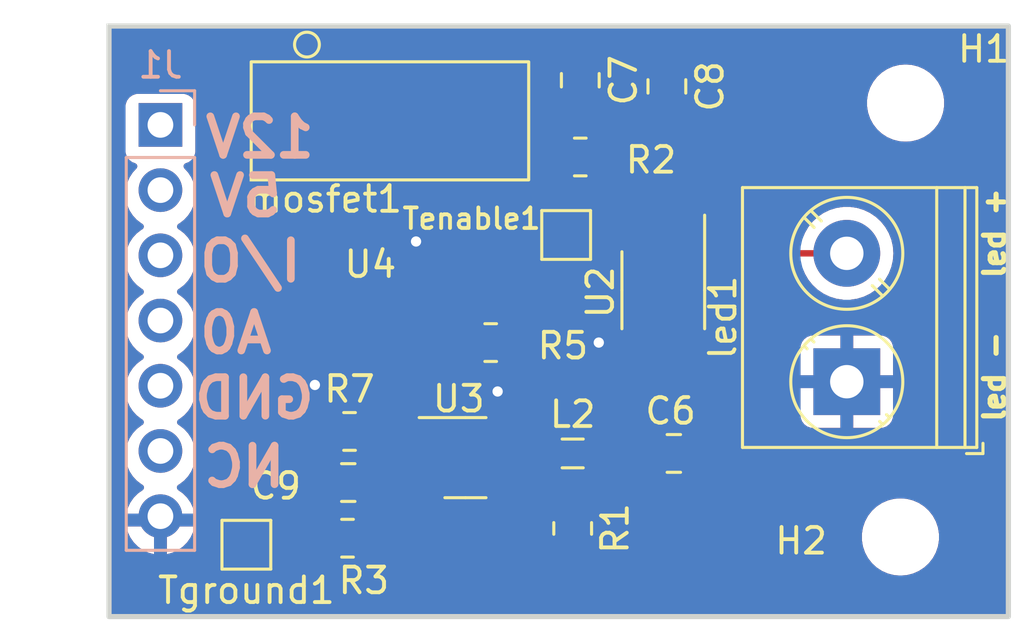
<source format=kicad_pcb>
(kicad_pcb (version 20221018) (generator pcbnew)
  (layers (0 "F.Cu" signal) (31 "B.Cu" signal) (34 "B.Paste" user) (35 "F.Paste" user) (36 "B.SilkS" user "B.Silkscreen") (37 "F.SilkS" user "F.Silkscreen") (38 "B.Mask" user) (39 "F.Mask" user) (44 "Edge.Cuts" user))
  (net 0 "")
  (net 1 "Net-(U2-SW)")
  (net 2 "GND")
  (net 3 "Net-(U2-BOOST)")
  (net 4 "/I{slash}0_{0}")
  (net 5 "Net-(U2-Vcc)")
  (net 6 "+12V")
  (net 7 "/stroom+")
  (net 8 "/enable")
  (net 9 "/led+")
  (net 10 "+3.3V")
  (net 11 "/sda")
  (net 12 "/scl")
  (net 13 "/ad0")
  (net 14 "Net-(U2-EN)")
  (net 15 "/R_{digin}")
  (net 16 "/R_{digout}")
  (footprint "Resistor_SMD:R_0805_2012Metric_Pad1.20x1.40mm_HandSolder" (layer "F.Cu") (at 89.36 87.79)
    (fp_text reference "R7" (at 0 -1.65) (layer "F.SilkS"))
    (fp_text value "Rl")
    (fp_line (start -0.227064 -0.735) (end 0.227064 -0.735) (stroke (width 0.12)) (layer "F.SilkS"))
    (fp_line (start -0.227064 0.735) (end 0.227064 0.735) (stroke (width 0.12)) (layer "F.SilkS"))
    (pad "1" smd roundrect (at -1 0) (size 1.2 1.4) (layers "F.Cu" "F.Paste" "F.Mask") (roundrect_rratio 0.2083333333) (net 2 "GND"))
    (pad "2" smd roundrect (at 1 0) (size 1.2 1.4) (layers "F.Cu" "F.Paste" "F.Mask") (roundrect_rratio 0.2083333333) (net 13 "/ad0"))
  )
  (footprint "Capacitor_SMD:C_0805_2012Metric_Pad1.18x1.45mm_HandSolder" (layer "F.Cu") (at 89.31 89.78 180)
    (fp_text reference "C9" (at 2.823 -0.136) (layer "F.SilkS"))
    (fp_text value "C_out")
    (fp_line (start -0.261252 -0.735) (end 0.261252 -0.735) (stroke (width 0.12)) (layer "F.SilkS"))
    (fp_line (start -0.261252 0.735) (end 0.261252 0.735) (stroke (width 0.12)) (layer "F.SilkS"))
    (pad "1" smd roundrect (at -1.0375 0 180) (size 1.175 1.45) (layers "F.Cu" "F.Paste" "F.Mask") (roundrect_rratio 0.2127659574) (net 7 "/stroom+"))
    (pad "2" smd roundrect (at 1.0375 0 180) (size 1.175 1.45) (layers "F.Cu" "F.Paste" "F.Mask") (roundrect_rratio 0.2127659574) (net 2 "GND"))
  )
  (footprint "Resistor_SMD:R_0805_2012Metric_Pad1.20x1.40mm_HandSolder" (layer "F.Cu") (at 89.281 91.948 180)
    (fp_text reference "R3" (at -0.635 -1.651) (layer "F.SilkS"))
    (fp_text value "R50K")
    (fp_line (start -0.227064 -0.735) (end 0.227064 -0.735) (stroke (width 0.12)) (layer "F.SilkS"))
    (fp_line (start -0.227064 0.735) (end 0.227064 0.735) (stroke (width 0.12)) (layer "F.SilkS"))
    (pad "1" smd roundrect (at -1 0 180) (size 1.2 1.4) (layers "F.Cu" "F.Paste" "F.Mask") (roundrect_rratio 0.2083333333) (net 7 "/stroom+"))
    (pad "2" smd roundrect (at 1 0 180) (size 1.2 1.4) (layers "F.Cu" "F.Paste" "F.Mask") (roundrect_rratio 0.2083333333) (net 15 "/R_{digin}"))
  )
  (footprint "own-footprints:AQY211EHAZ" (layer "F.Cu") (at 90.932 75.692 90)
    (fp_text reference "mosfet1" (at -3.048 -2.54 unlocked) (layer "F.SilkS"))
    (fp_text value "TLP222A")
    (fp_rect (start -2.3 -5.4) (end 2.3 5.4) (stroke (width 0.12)) (fill none) (layer "F.SilkS"))
    (fp_circle (center 2.97 -3.23) (end 2.66 -3.6) (stroke (width 0.12)) (fill none) (layer "F.SilkS"))
    (pad "1" smd roundrect (at 1.27 -4.150004 180) (size 1.9 1.5) (layers "F.Cu" "F.Paste" "F.Mask") (net 4 "/I{slash}0_{0}"))
    (pad "2" smd roundrect (at -1.27 -4.150004 180) (size 1.9 1.5) (layers "F.Cu" "F.Paste" "F.Mask") (net 2 "GND"))
    (pad "3" smd roundrect (at -1.27 4.149996 180) (size 1.9 1.5) (layers "F.Cu" "F.Paste" "F.Mask") (net 8 "/enable"))
    (pad "4" smd roundrect (at 1.27 4.149996 180) (size 1.9 1.5) (layers "F.Cu" "F.Paste" "F.Mask") (net 6 "+12V"))
  )
  (footprint "MountingHole:MountingHole_2.5mm" (layer "F.Cu") (at 110.9 91.9)
    (fp_text reference "H2" (at -3.966 0.154) (layer "F.SilkS"))
    (fp_text value "MountingHole_Pad")
    (pad "" np_thru_hole circle (at -0.1 0) (size 2.5 2.5) (drill 2.5) (layers "F&B.Cu" "*.Mask"))
  )
  (footprint "TestPoint:TestPoint_Pad_1.5x1.5mm" (layer "F.Cu") (at 85.344 92.202)
    (fp_text reference "Tground1" (at 0 1.778) (layer "F.SilkS"))
    (fp_text value "gnd")
    (fp_line (start -0.95 -0.95) (end 0.95 -0.95) (stroke (width 0.12)) (layer "F.SilkS"))
    (fp_line (start -0.95 0.95) (end -0.95 -0.95) (stroke (width 0.12)) (layer "F.SilkS"))
    (fp_line (start 0.95 -0.95) (end 0.95 0.95) (stroke (width 0.12)) (layer "F.SilkS"))
    (fp_line (start 0.95 0.95) (end -0.95 0.95) (stroke (width 0.12)) (layer "F.SilkS"))
    (pad "1" smd rect (at 0 0) (size 1.5 1.5) (layers "F.Cu" "F.Mask") (net 2 "GND"))
  )
  (footprint "Capacitor_SMD:C_0805_2012Metric_Pad1.18x1.45mm_HandSolder" (layer "F.Cu") (at 101.981 88.646)
    (fp_text reference "C6" (at -0.127 -1.651) (layer "F.SilkS"))
    (fp_text value "C_boost")
    (fp_line (start -0.261252 -0.735) (end 0.261252 -0.735) (stroke (width 0.12)) (layer "F.SilkS"))
    (fp_line (start -0.261252 0.735) (end 0.261252 0.735) (stroke (width 0.12)) (layer "F.SilkS"))
    (pad "1" smd roundrect (at -1.0375 0) (size 1.175 1.45) (layers "F.Cu" "F.Paste" "F.Mask") (roundrect_rratio 0.2127659574) (net 1 "Net-(U2-SW)"))
    (pad "2" smd roundrect (at 1.0375 0) (size 1.175 1.45) (layers "F.Cu" "F.Paste" "F.Mask") (roundrect_rratio 0.2127659574) (net 3 "Net-(U2-BOOST)"))
  )
  (footprint "TestPoint:TestPoint_Pad_1.5x1.5mm" (layer "F.Cu") (at 97.79 80.137)
    (fp_text reference "Tenable1" (at -3.683 -0.635) (layer "F.SilkS") (effects (font (size 0.8 0.8))))
    (fp_text value "enable")
    (fp_line (start -0.95 -0.95) (end 0.95 -0.95) (stroke (width 0.12)) (layer "F.SilkS"))
    (fp_line (start -0.95 0.95) (end -0.95 -0.95) (stroke (width 0.12)) (layer "F.SilkS"))
    (fp_line (start 0.95 -0.95) (end 0.95 0.95) (stroke (width 0.12)) (layer "F.SilkS"))
    (fp_line (start 0.95 0.95) (end -0.95 0.95) (stroke (width 0.12)) (layer "F.SilkS"))
    (pad "1" smd rect (at 0 0) (size 1.5 1.5) (layers "F.Cu" "F.Mask") (net 8 "/enable"))
  )
  (footprint "Package_TO_SOT_SMD:SOT-23-5" (layer "F.Cu") (at 93.87 88.81)
    (fp_text reference "U3" (at -0.26 -2.29) (layer "F.SilkS"))
    (fp_text value "INA169")
    (fp_line (start 0 -1.56) (end -1.8 -1.56) (stroke (width 0.12)) (layer "F.SilkS"))
    (fp_line (start 0 -1.56) (end 0.8 -1.56) (stroke (width 0.12)) (layer "F.SilkS"))
    (fp_line (start 0 1.56) (end -0.8 1.56) (stroke (width 0.12)) (layer "F.SilkS"))
    (fp_line (start 0 1.56) (end 0.8 1.56) (stroke (width 0.12)) (layer "F.SilkS"))
    (pad "1" smd roundrect (at -1.1375 -0.95) (size 1.325 0.6) (layers "F.Cu" "F.Paste" "F.Mask") (net 13 "/ad0"))
    (pad "2" smd roundrect (at -1.1375 0) (size 1.325 0.6) (layers "F.Cu" "F.Paste" "F.Mask") (net 2 "GND"))
    (pad "3" smd roundrect (at -1.1375 0.95) (size 1.325 0.6) (layers "F.Cu" "F.Paste" "F.Mask") (net 7 "/stroom+"))
    (pad "4" smd roundrect (at 1.1375 0.95) (size 1.325 0.6) (layers "F.Cu" "F.Paste" "F.Mask") (net 9 "/led+"))
    (pad "5" smd roundrect (at 1.1375 -0.95) (size 1.325 0.6) (layers "F.Cu" "F.Paste" "F.Mask") (net 10 "+3.3V"))
  )
  (footprint "TerminalBlock_Phoenix:TerminalBlock_Phoenix_PT-1,5-2-5.0-H_1x02_P5.00mm_Horizontal" (layer "F.Cu") (at 108.712 85.852 90)
    (fp_text reference "led1" (at 2.5 -4.826 90) (layer "F.SilkS"))
    (fp_text value "led")
    (fp_line (start -2.8 4.66) (end -2.8 5.3) (stroke (width 0.12)) (layer "F.SilkS"))
    (fp_line (start -2.8 5.3) (end -2.4 5.3) (stroke (width 0.12)) (layer "F.SilkS"))
    (fp_line (start -2.56 -4.06) (end -2.56 5.06) (stroke (width 0.12)) (layer "F.SilkS"))
    (fp_line (start -2.56 -4.06) (end 7.56 -4.06) (stroke (width 0.12)) (layer "F.SilkS"))
    (fp_line (start -2.56 3.5) (end 7.56 3.5) (stroke (width 0.12)) (layer "F.SilkS"))
    (fp_line (start -2.56 4.6) (end 7.56 4.6) (stroke (width 0.12)) (layer "F.SilkS"))
    (fp_line (start -2.56 5.06) (end 7.56 5.06) (stroke (width 0.12)) (layer "F.SilkS"))
    (fp_line (start -1.548 1.281) (end -1.654 1.388) (stroke (width 0.12)) (layer "F.SilkS"))
    (fp_line (start -1.282 1.547) (end -1.388 1.654) (stroke (width 0.12)) (layer "F.SilkS"))
    (fp_line (start 1.388 -1.654) (end 1.281 -1.547) (stroke (width 0.12)) (layer "F.SilkS"))
    (fp_line (start 1.654 -1.388) (end 1.547 -1.281) (stroke (width 0.12)) (layer "F.SilkS"))
    (fp_line (start 3.742 0.992) (end 3.347 1.388) (stroke (width 0.12)) (layer "F.SilkS"))
    (fp_line (start 3.993 1.274) (end 3.613 1.654) (stroke (width 0.12)) (layer "F.SilkS"))
    (fp_line (start 6.388 -1.654) (end 6.008 -1.274) (stroke (width 0.12)) (layer "F.SilkS"))
    (fp_line (start 6.654 -1.388) (end 6.259 -0.992) (stroke (width 0.12)) (layer "F.SilkS"))
    (fp_line (start 7.56 -4.06) (end 7.56 5.06) (stroke (width 0.12)) (layer "F.SilkS"))
    (fp_circle (center 0 0) (end 2.18 0) (stroke (width 0.12)) (fill none) (layer "F.SilkS"))
    (fp_circle (center 5 0) (end 7.18 0) (stroke (width 0.12)) (fill none) (layer "F.SilkS"))
    (pad "1" thru_hole rect (at 0 0 90) (size 2.6 2.6) (drill 1.3) (layers "*.Cu" "*.Mask") (net 2 "GND"))
    (pad "2" thru_hole circle (at 5 0 90) (size 2.6 2.6) (drill 1.3) (layers "*.Cu" "*.Mask") (net 9 "/led+"))
  )
  (footprint "Resistor_SMD:R_0805_2012Metric_Pad1.20x1.40mm_HandSolder" (layer "F.Cu") (at 98.34 77.1)
    (fp_text reference "R2" (at 2.752 0.116) (layer "F.SilkS"))
    (fp_text value "R_en")
    (fp_line (start -0.227064 -0.735) (end 0.227064 -0.735) (stroke (width 0.12)) (layer "F.SilkS"))
    (fp_line (start -0.227064 0.735) (end 0.227064 0.735) (stroke (width 0.12)) (layer "F.SilkS"))
    (pad "1" smd roundrect (at -1 0) (size 1.2 1.4) (layers "F.Cu" "F.Paste" "F.Mask") (roundrect_rratio 0.2083333333) (net 8 "/enable"))
    (pad "2" smd roundrect (at 1 0) (size 1.2 1.4) (layers "F.Cu" "F.Paste" "F.Mask") (roundrect_rratio 0.2083333333) (net 14 "Net-(U2-EN)"))
  )
  (footprint "Resistor_SMD:R_0805_2012Metric_Pad1.20x1.40mm_HandSolder" (layer "F.Cu") (at 94.853 84.328)
    (fp_text reference "R5" (at 2.81 0.127) (layer "F.SilkS"))
    (fp_text value "Rb")
    (fp_line (start -0.227064 -0.735) (end 0.227064 -0.735) (stroke (width 0.12)) (layer "F.SilkS"))
    (fp_line (start -0.227064 0.735) (end 0.227064 0.735) (stroke (width 0.12)) (layer "F.SilkS"))
    (pad "1" smd roundrect (at -1 0) (size 1.2 1.4) (layers "F.Cu" "F.Paste" "F.Mask") (roundrect_rratio 0.2083333333) (net 16 "/R_{digout}"))
    (pad "2" smd roundrect (at 1 0) (size 1.2 1.4) (layers "F.Cu" "F.Paste" "F.Mask") (roundrect_rratio 0.2083333333) (net 2 "GND"))
  )
  (footprint "Inductor_SMD:L_0805_2012Metric_Pad1.05x1.20mm_HandSolder" (layer "F.Cu") (at 98.044 88.646 180)
    (fp_text reference "L2" (at 0 1.524) (layer "F.SilkS"))
    (fp_text value "L_Small")
    (fp_line (start -0.410242 -0.56) (end 0.410242 -0.56) (stroke (width 0.12)) (layer "F.SilkS"))
    (fp_line (start -0.410242 0.56) (end 0.410242 0.56) (stroke (width 0.12)) (layer "F.SilkS"))
    (pad "1" smd roundrect (at -1.15 0 180) (size 1.05 1.2) (layers "F.Cu" "F.Paste" "F.Mask") (roundrect_rratio 0.2380952381) (net 1 "Net-(U2-SW)"))
    (pad "2" smd roundrect (at 1.15 0 180) (size 1.05 1.2) (layers "F.Cu" "F.Paste" "F.Mask") (roundrect_rratio 0.2380952381) (net 7 "/stroom+"))
  )
  (footprint "MountingHole:MountingHole_2.5mm" (layer "F.Cu") (at 111 75)
    (fp_text reference "H1" (at 3.046 -2.102) (layer "F.SilkS"))
    (fp_text value "MountingHole_Pad")
    (pad "" np_thru_hole circle (at 0 0) (size 2.5 2.5) (drill 2.5) (layers "*.Cu" "*.Mask"))
  )
  (footprint "Capacitor_SMD:C_0805_2012Metric_Pad1.18x1.45mm_HandSolder" (layer "F.Cu") (at 98.34 74.11 -90)
    (fp_text reference "C7" (at 0 -1.68 90) (layer "F.SilkS"))
    (fp_text value "C_Small")
    (fp_line (start -0.261252 -0.735) (end 0.261252 -0.735) (stroke (width 0.12)) (layer "F.SilkS"))
    (fp_line (start -0.261252 0.735) (end 0.261252 0.735) (stroke (width 0.12)) (layer "F.SilkS"))
    (pad "1" smd roundrect (at -1.0375 0 270) (size 1.175 1.45) (layers "F.Cu" "F.Paste" "F.Mask") (roundrect_rratio 0.2127659574) (net 2 "GND"))
    (pad "2" smd roundrect (at 1.0375 0 270) (size 1.175 1.45) (layers "F.Cu" "F.Paste" "F.Mask") (roundrect_rratio 0.2127659574) (net 8 "/enable"))
  )
  (footprint "own-footprints:SOT65P280X145-8N" (layer "F.Cu") (at 90.297 83.439 180)
    (fp_text reference "U4" (at 0.127 2.159) (layer "F.SilkS"))
    (fp_text value "AD5245BRJZ50-RL7" hide)
    (pad "1" smd rect (at -1.1684 -0.9752 180) (size 1.524 0.38) (layers "F.Cu" "F.Paste" "F.Mask") (net 16 "/R_{digout}"))
    (pad "2" smd rect (at -1.1684 -0.3252 180) (size 1.524 0.38) (layers "F.Cu" "F.Paste" "F.Mask") (net 10 "+3.3V"))
    (pad "3" smd rect (at -1.1684 0.3252 180) (size 1.524 0.38) (layers "F.Cu" "F.Paste" "F.Mask") (net 2 "GND"))
    (pad "4" smd rect (at -1.1684 0.9752 180) (size 1.524 0.38) (layers "F.Cu" "F.Paste" "F.Mask") (net 12 "/scl"))
    (pad "5" smd rect (at 1.1684 0.9752 180) (size 1.524 0.38) (layers "F.Cu" "F.Paste" "F.Mask") (net 11 "/sda"))
    (pad "6" smd rect (at 1.1684 0.3252 180) (size 1.524 0.38) (layers "F.Cu" "F.Paste" "F.Mask") (net 13 "/ad0"))
    (pad "7" smd rect (at 1.1684 -0.3252 180) (size 1.524 0.38) (layers "F.Cu" "F.Paste" "F.Mask") (net 15 "/R_{digin}"))
    (pad "8" smd rect (at 1.1684 -0.9752 180) (size 1.524 0.38) (layers "F.Cu" "F.Paste" "F.Mask"))
  )
  (footprint "Resistor_SMD:R_0805_2012Metric_Pad1.20x1.40mm_HandSolder" (layer "F.Cu") (at 98.044 91.567 -90)
    (fp_text reference "R1" (at 0 -1.65 90) (layer "F.SilkS"))
    (fp_text value "Rs")
    (fp_line (start -0.227064 -0.735) (end 0.227064 -0.735) (stroke (width 0.12)) (layer "F.SilkS"))
    (fp_line (start -0.227064 0.735) (end 0.227064 0.735) (stroke (width 0.12)) (layer "F.SilkS"))
    (pad "1" smd roundrect (at -1 0 270) (size 1.2 1.4) (layers "F.Cu" "F.Paste" "F.Mask") (roundrect_rratio 0.2083333333) (net 9 "/led+"))
    (pad "2" smd roundrect (at 1 0 270) (size 1.2 1.4) (layers "F.Cu" "F.Paste" "F.Mask") (roundrect_rratio 0.2083333333) (net 7 "/stroom+"))
  )
  (footprint "Package_SO:MSOP-8_3x3mm_P0.65mm" (layer "F.Cu") (at 101.57 82.29 -90)
    (fp_text reference "U2" (at 0.08 2.45 90) (layer "F.SilkS"))
    (fp_text value "MCP16311MS")
    (fp_line (start 0 -1.61) (end -2.925 -1.61) (stroke (width 0.12)) (layer "F.SilkS"))
    (fp_line (start 0 -1.61) (end 1.5 -1.61) (stroke (width 0.12)) (layer "F.SilkS"))
    (fp_line (start 0 1.61) (end -1.5 1.61) (stroke (width 0.12)) (layer "F.SilkS"))
    (fp_line (start 0 1.61) (end 1.5 1.61) (stroke (width 0.12)) (layer "F.SilkS"))
    (pad "1" smd roundrect (at -2.1125 -0.975 270) (size 1.625 0.4) (layers "F.Cu" "F.Paste" "F.Mask"))
    (pad "2" smd roundrect (at -2.1125 -0.325 270) (size 1.625 0.4) (layers "F.Cu" "F.Paste" "F.Mask") (net 5 "Net-(U2-Vcc)"))
    (pad "3" smd roundrect (at -2.1125 0.325 270) (size 1.625 0.4) (layers "F.Cu" "F.Paste" "F.Mask") (net 14 "Net-(U2-EN)"))
    (pad "4" smd roundrect (at -2.1125 0.975 270) (size 1.625 0.4) (layers "F.Cu" "F.Paste" "F.Mask") (net 8 "/enable"))
    (pad "5" smd roundrect (at 2.1125 0.975 270) (size 1.625 0.4) (layers "F.Cu" "F.Paste" "F.Mask") (net 2 "GND"))
    (pad "6" smd roundrect (at 2.1125 0.325 270) (size 1.625 0.4) (layers "F.Cu" "F.Paste" "F.Mask") (net 1 "Net-(U2-SW)"))
    (pad "7" smd roundrect (at 2.1125 -0.325 270) (size 1.625 0.4) (layers "F.Cu" "F.Paste" "F.Mask") (net 3 "Net-(U2-BOOST)"))
    (pad "8" smd roundrect (at 2.1125 -0.975 270) (size 1.625 0.4) (layers "F.Cu" "F.Paste" "F.Mask") (net 2 "GND"))
  )
  (footprint "Capacitor_SMD:C_0805_2012Metric_Pad1.18x1.45mm_HandSolder" (layer "F.Cu") (at 101.71 74.35 -90)
    (fp_text reference "C8" (at 0 -1.68 90) (layer "F.SilkS"))
    (fp_text value "Cvcc")
    (fp_line (start -0.261252 -0.735) (end 0.261252 -0.735) (stroke (width 0.12)) (layer "F.SilkS"))
    (fp_line (start -0.261252 0.735) (end 0.261252 0.735) (stroke (width 0.12)) (layer "F.SilkS"))
    (pad "1" smd roundrect (at -1.0375 0 270) (size 1.175 1.45) (layers "F.Cu" "F.Paste" "F.Mask") (roundrect_rratio 0.2127659574) (net 2 "GND"))
    (pad "2" smd roundrect (at 1.0375 0 270) (size 1.175 1.45) (layers "F.Cu" "F.Paste" "F.Mask") (roundrect_rratio 0.2127659574) (net 5 "Net-(U2-Vcc)"))
  )
  (footprint "Connector_PinHeader_2.54mm:PinHeader_1x07_P2.54mm_Vertical" (layer "B.Cu") (at 82 75.85 180)
    (fp_text reference "J1" (at 0 2.33) (layer "B.SilkS") (effects (justify mirror)))
    (fp_text value "Conn_01x07_Pin")
    (fp_line (start -1.33 -16.57) (end 1.33 -16.57) (stroke (width 0.12)) (layer "B.SilkS"))
    (fp_line (start -1.33 -1.27) (end -1.33 -16.57) (stroke (width 0.12)) (layer "B.SilkS"))
    (fp_line (start -1.33 -1.27) (end 1.33 -1.27) (stroke (width 0.12)) (layer "B.SilkS"))
    (fp_line (start -1.33 0) (end -1.33 1.33) (stroke (width 0.12)) (layer "B.SilkS"))
    (fp_line (start -1.33 1.33) (end 0 1.33) (stroke (width 0.12)) (layer "B.SilkS"))
    (fp_line (start 1.33 -1.27) (end 1.33 -16.57) (stroke (width 0.12)) (layer "B.SilkS"))
    (pad "1" thru_hole rect (at 0 0 180) (size 1.7 1.7) (drill 1) (layers "*.Cu" "*.Mask") (net 6 "+12V"))
    (pad "2" thru_hole oval (at 0 -2.54 180) (size 1.7 1.7) (drill 1) (layers "*.Cu" "*.Mask") (net 10 "+3.3V"))
    (pad "3" thru_hole oval (at 0 -5.08 180) (size 1.7 1.7) (drill 1) (layers "*.Cu" "*.Mask") (net 4 "/I{slash}0_{0}"))
    (pad "4" thru_hole oval (at 0 -7.62 180) (size 1.7 1.7) (drill 1) (layers "*.Cu" "*.Mask") (net 12 "/scl"))
    (pad "5" thru_hole oval (at 0 -10.16 180) (size 1.7 1.7) (drill 1) (layers "*.Cu" "*.Mask") (net 11 "/sda"))
    (pad "6" thru_hole oval (at 0 -12.7 180) (size 1.7 1.7) (drill 1) (layers "*.Cu" "*.Mask") (net 13 "/ad0"))
    (pad "7" thru_hole oval (at 0 -15.24 180) (size 1.7 1.7) (drill 1) (layers "*.Cu" "*.Mask") (net 2 "GND"))
  )
  (gr_rect (start 80 72) (end 115 95) (stroke (width 0.2)) (fill none) (layer "Edge.Cuts"))
  (gr_text "NC" (at 86.995 90.043) (layer "B.SilkS") (effects (font (size 1.5 1.5) (thickness 0.3) bold) (justify left bottom mirror)))
  (gr_text "12V" (at 88.138 77.216) (layer "B.SilkS") (effects (font (size 1.5 1.5) (thickness 0.3) bold) (justify left bottom mirror)))
  (gr_text "I/O\n" (at 87.63 82.042) (layer "B.SilkS") (effects (font (size 1.5 1.5) (thickness 0.3) bold) (justify left bottom mirror)))
  (gr_text "A0" (at 86.487 84.836) (layer "B.SilkS") (effects (font (size 1.5 1.5) (thickness 0.3) bold) (justify left bottom mirror)))
  (gr_text "5V\n" (at 86.868 79.502) (layer "B.SilkS") (effects (font (size 1.5 1.5) (thickness 0.3) bold) (justify left bottom mirror)))
  (gr_text "GND\n" (at 88.138 87.376) (layer "B.SilkS") (effects (font (size 1.5 1.5) (thickness 0.3) bold) (justify left bottom mirror)))
  (gr_text "led +" (at 114.935 81.915 90) (layer "F.SilkS") (effects (font (size 0.8 0.8) (thickness 0.2) bold) (justify left bottom)))
  (gr_text "led -\n" (at 114.935 87.503 90) (layer "F.SilkS") (effects (font (size 0.8 0.8) (thickness 0.2) bold) (justify left bottom)))
  (segment (start 101.245 88.3445) (end 101.245 84.4025) (width 0.25) (layer "F.Cu") (net 1))
  (segment (start 100.9435 88.646) (end 101.245 88.3445) (width 0.25) (layer "F.Cu") (net 1))
  (segment (start 99.1345 84.4025) (end 99.06 84.328) (width 0.25) (layer "F.Cu") (net 2))
  (segment (start 88.2725 89.78) (end 88.2725 87.8775) (width 0.25) (layer "F.Cu") (net 2))
  (segment (start 95.853 84.328) (end 95.853 85.503) (width 0.25) (layer "F.Cu") (net 2))
  (segment (start 92.4774 83.1088) (end 92.602796 82.983404) (width 0.25) (layer "F.Cu") (net 2))
  (segment (start 92.7325 88.81) (end 93.416751 88.81) (width 0.25) (layer "F.Cu") (net 2))
  (segment (start 88.2725 87.8775) (end 88.36 87.79) (width 0.25) (layer "F.Cu") (net 2))
  (segment (start 91.4654 83.1088) (end 92.4774 83.1088) (width 0.25) (layer "F.Cu") (net 2))
  (segment (start 92.602796 82.983404) (end 92.602796 81.045796) (width 0.25) (layer "F.Cu") (net 2))
  (segment (start 92.602796 81.045796) (end 91.948 80.391) (width 0.25) (layer "F.Cu") (net 2))
  (segment (start 94.615 86.233) (end 95.123 86.233) (width 0.25) (layer "F.Cu") (net 2))
  (segment (start 93.853 86.995) (end 94.615 86.233) (width 0.25) (layer "F.Cu") (net 2))
  (segment (start 93.416751 88.81) (end 93.853 88.373751) (width 0.25) (layer "F.Cu") (net 2))
  (segment (start 93.853 88.373751) (end 93.853 86.995) (width 0.25) (layer "F.Cu") (net 2))
  (segment (start 100.595 84.4025) (end 99.1345 84.4025) (width 0.25) (layer "F.Cu") (net 2))
  (segment (start 95.853 85.503) (end 95.123 86.233) (width 0.25) (layer "F.Cu") (net 2))
  (via (at 91.948 80.391) (size 0.8) (drill 0.4) (layers "F.Cu" "B.Cu") (net 2))
  (via (at 88.011 85.979) (size 0.8) (drill 0.4) (layers "F.Cu" "B.Cu") (net 2))
  (via (at 95.123 86.233) (size 0.8) (drill 0.4) (layers "F.Cu" "B.Cu") (net 2))
  (via (at 99.06 84.328) (size 0.8) (drill 0.4) (layers "F.Cu" "B.Cu") (net 2))
  (segment (start 101.895 87.5225) (end 101.895 84.4025) (width 0.25) (layer "F.Cu") (net 3))
  (segment (start 103.0185 88.646) (end 101.895 87.5225) (width 0.25) (layer "F.Cu") (net 3))
  (segment (start 101.895 75.5725) (end 101.895 80.1775) (width 0.25) (layer "F.Cu") (net 5))
  (segment (start 101.71 75.3875) (end 101.895 75.5725) (width 0.25) (layer "F.Cu") (net 5))
  (segment (start 96.894 88.646) (end 94.230751 88.646) (width 0.25) (layer "F.Cu") (net 7))
  (segment (start 93.116751 89.76) (end 92.7325 89.76) (width 0.25) (layer "F.Cu") (net 7))
  (segment (start 90.281 91.948) (end 90.5445 91.948) (width 0.25) (layer "F.Cu") (net 7))
  (segment (start 90.3475 89.78) (end 92.7125 89.78) (width 0.25) (layer "F.Cu") (net 7))
  (segment (start 98.044 92.567) (end 97.425 91.948) (width 0.25) (layer "F.Cu") (net 7))
  (segment (start 97.425 91.948) (end 90.281 91.948) (width 0.25) (layer "F.Cu") (net 7))
  (segment (start 90.5445 91.948) (end 92.7325 89.76) (width 0.25) (layer "F.Cu") (net 7))
  (segment (start 94.230751 88.646) (end 93.116751 89.76) (width 0.25) (layer "F.Cu") (net 7))
  (segment (start 92.7125 89.78) (end 92.7325 89.76) (width 0.25) (layer "F.Cu") (net 7))
  (segment (start 98.34 76.1) (end 97.34 77.1) (width 0.25) (layer "F.Cu") (net 8))
  (segment (start 97.79 80.137) (end 97.79 79.630004) (width 0.25) (layer "F.Cu") (net 8))
  (segment (start 95.219996 77.1) (end 95.081996 76.962) (width 0.25) (layer "F.Cu") (net 8))
  (segment (start 95.121996 76.962) (end 95.081996 76.962) (width 0.25) (layer "F.Cu") (net 8))
  (segment (start 97.34 77.1) (end 97.5175 77.1) (width 0.25) (layer "F.Cu") (net 8))
  (segment (start 97.34 77.1) (end 95.219996 77.1) (width 0.25) (layer "F.Cu") (net 8))
  (segment (start 98.34 75.1475) (end 98.34 76.1) (width 0.25) (layer "F.Cu") (net 8))
  (segment (start 97.5175 77.1) (end 100.595 80.1775) (width 0.25) (layer "F.Cu") (net 8))
  (segment (start 97.79 79.630004) (end 95.121996 76.962) (width 0.25) (layer "F.Cu") (net 8))
  (segment (start 95.8145 90.567) (end 98.044 90.567) (width 0.25) (layer "F.Cu") (net 9))
  (segment (start 105.283 90.17) (end 105.283 81.28) (width 0.25) (layer "F.Cu") (net 9))
  (segment (start 95.0075 89.76) (end 95.8145 90.567) (width 0.25) (layer "F.Cu") (net 9))
  (segment (start 98.044 90.567) (end 104.886 90.567) (width 0.25) (layer "F.Cu") (net 9))
  (segment (start 105.283 81.28) (end 105.711 80.852) (width 0.25) (layer "F.Cu") (net 9))
  (segment (start 104.886 90.567) (end 105.283 90.17) (width 0.25) (layer "F.Cu") (net 9))
  (segment (start 105.711 80.852) (end 108.712 80.852) (width 0.25) (layer "F.Cu") (net 9))
  (segment (start 96.266 82.042) (end 93.726 82.042) (width 0.25) (layer "F.Cu") (net 10))
  (segment (start 97.917 85.217) (end 97.917 83.693) (width 0.25) (layer "F.Cu") (net 10))
  (segment (start 96.901 86.233) (end 97.917 85.217) (width 0.25) (layer "F.Cu") (net 10))
  (segment (start 95.0075 87.86) (end 96.6345 86.233) (width 0.25) (layer "F.Cu") (net 10))
  (segment (start 93.726 82.5206) (end 93.726 82.042) (width 0.25) (layer "F.Cu") (net 10))
  (segment (start 92.4774 83.7692) (end 93.726 82.5206) (width 0.25) (layer "F.Cu") (net 10))
  (segment (start 96.6345 86.233) (end 96.901 86.233) (width 0.25) (layer "F.Cu") (net 10))
  (segment (start 91.4654 83.7692) (end 92.4774 83.7692) (width 0.25) (layer "F.Cu") (net 10))
  (segment (start 97.917 83.693) (end 96.266 82.042) (width 0.25) (layer "F.Cu") (net 10))
  (segment (start 90.36 87.79) (end 92.6625 87.79) (width 0.25) (layer "F.Cu") (net 13))
  (segment (start 92.6625 87.79) (end 92.7325 87.86) (width 0.25) (layer "F.Cu") (net 13))
  (segment (start 99.34 77.1) (end 99.34 77.508959) (width 0.25) (layer "F.Cu") (net 14))
  (segment (start 101.245 79.413959) (end 101.245 80.1775) (width 0.25) (layer "F.Cu") (net 14))
  (segment (start 99.34 77.508959) (end 101.245 79.413959) (width 0.25) (layer "F.Cu") (net 14))
  (segment (start 89.1286 83.7692) (end 88.1166 83.7692) (width 0.25) (layer "F.Cu") (net 15))
  (segment (start 88.011 91.948) (end 88.281 91.948) (width 0.25) (layer "F.Cu") (net 15))
  (segment (start 86.614 85.2718) (end 86.614 90.551) (width 0.25) (layer "F.Cu") (net 15))
  (segment (start 88.1166 83.7692) (end 86.614 85.2718) (width 0.25) (layer "F.Cu") (net 15))
  (segment (start 86.614 90.551) (end 88.011 91.948) (width 0.25) (layer "F.Cu") (net 15))
  (segment (start 91.4654 84.4042) (end 93.7768 84.4042) (width 0.25) (layer "F.Cu") (net 16))
  (segment (start 93.7768 84.4042) (end 93.853 84.328) (width 0.25) (layer "F.Cu") (net 16))
  (zone (net 2) (net_name "GND") (layers "F&B.Cu") (connect_pads (clearance 0.508)) (min_thickness 0.25) (fill yes (thermal_gap 0.5) (thermal_bridge_width 0.5))
    (polygon (pts (xy 115.062 71.882) (xy 80.01 71.882) (xy 80.01 94.996) (xy 115.062 94.996)))
  )
)
</source>
